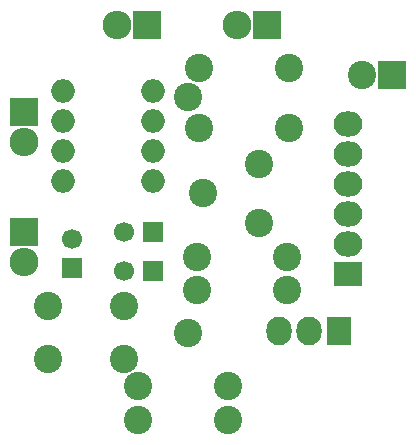
<source format=gts>
G04 #@! TF.FileFunction,Soldermask,Top*
%FSLAX46Y46*%
G04 Gerber Fmt 4.6, Leading zero omitted, Abs format (unit mm)*
G04 Created by KiCad (PCBNEW 4.0.1-stable) date 10/18/2017 12:48:17 AM*
%MOMM*%
G01*
G04 APERTURE LIST*
%ADD10C,0.100000*%
%ADD11R,1.700000X1.700000*%
%ADD12C,1.700000*%
%ADD13R,2.400000X2.400000*%
%ADD14C,2.400000*%
%ADD15O,2.000000X2.000000*%
%ADD16R,2.432000X2.432000*%
%ADD17O,2.432000X2.432000*%
%ADD18C,2.398980*%
%ADD19R,2.432000X2.127200*%
%ADD20O,2.432000X2.127200*%
%ADD21R,2.127200X2.432000*%
%ADD22O,2.127200X2.432000*%
G04 APERTURE END LIST*
D10*
D11*
X119888000Y-125730000D03*
D12*
X117388000Y-125730000D03*
D11*
X113030000Y-128778000D03*
D12*
X113030000Y-126278000D03*
D11*
X119888000Y-129032000D03*
D12*
X117388000Y-129032000D03*
D13*
X140100000Y-112464000D03*
D14*
X137560000Y-112464000D03*
D15*
X112268000Y-113792000D03*
X112268000Y-116332000D03*
X112268000Y-118872000D03*
X112268000Y-121412000D03*
X119888000Y-121412000D03*
X119888000Y-118872000D03*
X119888000Y-116332000D03*
X119888000Y-113792000D03*
D16*
X119380000Y-108204000D03*
D17*
X116840000Y-108204000D03*
D16*
X129540000Y-108204000D03*
D17*
X127000000Y-108204000D03*
D16*
X108966000Y-125730000D03*
D17*
X108966000Y-128270000D03*
D16*
X108966000Y-115570000D03*
D17*
X108966000Y-118110000D03*
D18*
X123590000Y-130664000D03*
X131210000Y-130664000D03*
X118590000Y-138764000D03*
X126210000Y-138764000D03*
X126210000Y-141664000D03*
X118590000Y-141664000D03*
X123790000Y-111864000D03*
X131410000Y-111864000D03*
X131210000Y-127864000D03*
X123590000Y-127864000D03*
X131410000Y-116964000D03*
X123790000Y-116964000D03*
X117451200Y-132013560D03*
X110948800Y-136514440D03*
X117451200Y-136514440D03*
X110948800Y-132013560D03*
D19*
X136400000Y-129264000D03*
D20*
X136400000Y-126724000D03*
X136400000Y-124184000D03*
X136400000Y-121644000D03*
X136400000Y-119104000D03*
X136400000Y-116564000D03*
D14*
X122800000Y-134264000D03*
X122800000Y-114264000D03*
D18*
X128851260Y-124963360D03*
X124100000Y-122464000D03*
X128851260Y-119964640D03*
D21*
X135600000Y-134100000D03*
D22*
X133060000Y-134100000D03*
X130520000Y-134100000D03*
M02*

</source>
